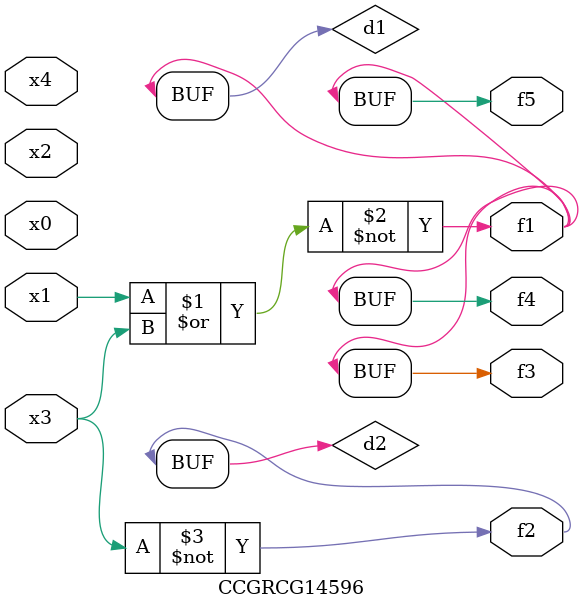
<source format=v>
module CCGRCG14596(
	input x0, x1, x2, x3, x4,
	output f1, f2, f3, f4, f5
);

	wire d1, d2;

	nor (d1, x1, x3);
	not (d2, x3);
	assign f1 = d1;
	assign f2 = d2;
	assign f3 = d1;
	assign f4 = d1;
	assign f5 = d1;
endmodule

</source>
